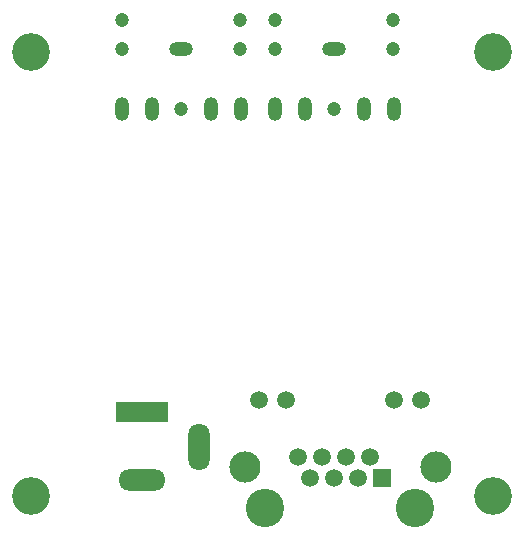
<source format=gbr>
%TF.GenerationSoftware,KiCad,Pcbnew,(5.1.9)-1*%
%TF.CreationDate,2021-03-06T14:53:08-08:00*%
%TF.ProjectId,ir-repeater-booster,69722d72-6570-4656-9174-65722d626f6f,1.0.0*%
%TF.SameCoordinates,Original*%
%TF.FileFunction,Soldermask,Bot*%
%TF.FilePolarity,Negative*%
%FSLAX46Y46*%
G04 Gerber Fmt 4.6, Leading zero omitted, Abs format (unit mm)*
G04 Created by KiCad (PCBNEW (5.1.9)-1) date 2021-03-06 14:53:08*
%MOMM*%
%LPD*%
G01*
G04 APERTURE LIST*
%ADD10R,4.400000X1.800000*%
%ADD11O,4.000000X1.800000*%
%ADD12O,1.800000X4.000000*%
%ADD13C,3.200000*%
%ADD14O,1.200000X2.000000*%
%ADD15O,2.000000X1.200000*%
%ADD16C,1.200000*%
%ADD17C,1.499000*%
%ADD18C,2.642000*%
%ADD19R,1.499000X1.499000*%
%ADD20C,3.250000*%
G04 APERTURE END LIST*
D10*
%TO.C,J1*%
X75946000Y-85344000D03*
D11*
X75946000Y-91144000D03*
D12*
X80746000Y-88344000D03*
%TD*%
D13*
%TO.C,H2*%
X66548000Y-54864000D03*
%TD*%
%TO.C,H4*%
X105664000Y-92456000D03*
%TD*%
%TO.C,H3*%
X66548000Y-92456000D03*
%TD*%
%TO.C,H1*%
X105664000Y-54864000D03*
%TD*%
D14*
%TO.C,TX1*%
X87198000Y-59650000D03*
X89691000Y-59650000D03*
X94691000Y-59650000D03*
X97206000Y-59650000D03*
D15*
X92202000Y-54650000D03*
D16*
X92202000Y-59650000D03*
X87202000Y-54650000D03*
X97202000Y-54650000D03*
X97202000Y-52150000D03*
X87202000Y-52150000D03*
%TD*%
D14*
%TO.C,RX1*%
X74244000Y-59650000D03*
X76737000Y-59650000D03*
X81737000Y-59650000D03*
X84252000Y-59650000D03*
D15*
X79248000Y-54650000D03*
D16*
X79248000Y-59650000D03*
X74248000Y-54650000D03*
X84248000Y-54650000D03*
X84248000Y-52150000D03*
X74248000Y-52150000D03*
%TD*%
D17*
%TO.C,J2*%
X97279000Y-84331000D03*
X99571000Y-84331000D03*
X85849000Y-84331000D03*
X88141000Y-84331000D03*
X91186000Y-89149000D03*
D18*
X84607000Y-90040000D03*
X100813000Y-90040000D03*
D17*
X90170000Y-90929000D03*
X95250000Y-89149000D03*
X93218000Y-89149000D03*
X94234000Y-90929000D03*
X92202000Y-90929000D03*
D19*
X96266000Y-90929000D03*
D17*
X89154000Y-89149000D03*
D20*
X86360000Y-93469000D03*
X99060000Y-93469000D03*
%TD*%
M02*

</source>
